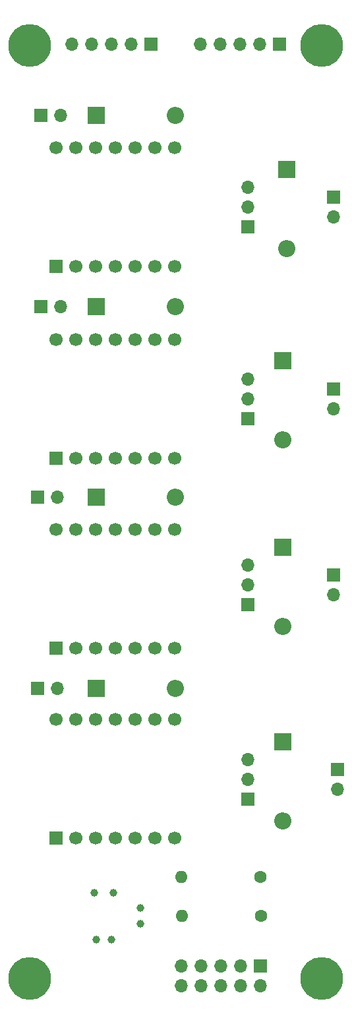
<source format=gbr>
%TF.GenerationSoftware,KiCad,Pcbnew,7.0.9*%
%TF.CreationDate,2025-03-02T20:13:22-05:00*%
%TF.ProjectId,Module_Relay_PCB,4d6f6475-6c65-45f5-9265-6c61795f5043,rev?*%
%TF.SameCoordinates,Original*%
%TF.FileFunction,Soldermask,Bot*%
%TF.FilePolarity,Negative*%
%FSLAX46Y46*%
G04 Gerber Fmt 4.6, Leading zero omitted, Abs format (unit mm)*
G04 Created by KiCad (PCBNEW 7.0.9) date 2025-03-02 20:13:22*
%MOMM*%
%LPD*%
G01*
G04 APERTURE LIST*
%ADD10R,2.200000X2.200000*%
%ADD11O,2.200000X2.200000*%
%ADD12C,0.990600*%
%ADD13R,1.700000X1.700000*%
%ADD14C,1.700000*%
%ADD15O,1.700000X1.700000*%
%ADD16C,1.600000*%
%ADD17O,1.600000X1.600000*%
%ADD18C,5.500000*%
G04 APERTURE END LIST*
D10*
%TO.C,D4*%
X130500000Y-89500000D03*
D11*
X130500000Y-99660000D03*
%TD*%
D12*
%TO.C,J1*%
X112199000Y-161840800D03*
X112199000Y-159834200D03*
X108757311Y-157840300D03*
X108503300Y-163834700D03*
X106496700Y-163834700D03*
X106242711Y-157840300D03*
%TD*%
D13*
%TO.C,U2*%
X101380000Y-102080000D03*
D14*
X103920000Y-102080000D03*
X106460000Y-102080000D03*
X109000000Y-102080000D03*
X111540000Y-102080000D03*
X114080000Y-102080000D03*
X116620000Y-102080000D03*
X116620000Y-86830000D03*
X114080000Y-86830000D03*
X111540000Y-86830000D03*
X109000000Y-86830000D03*
X106460000Y-86830000D03*
X103920000Y-86830000D03*
X101380000Y-86830000D03*
%TD*%
D13*
%TO.C,J5*%
X137000000Y-93180000D03*
D15*
X137000000Y-95720000D03*
%TD*%
D13*
%TO.C,U1*%
X101380000Y-77455000D03*
D14*
X103920000Y-77455000D03*
X106460000Y-77455000D03*
X109000000Y-77455000D03*
X111540000Y-77455000D03*
X114080000Y-77455000D03*
X116620000Y-77455000D03*
X116620000Y-62205000D03*
X114080000Y-62205000D03*
X111540000Y-62205000D03*
X109000000Y-62205000D03*
X106460000Y-62205000D03*
X103920000Y-62205000D03*
X101380000Y-62205000D03*
%TD*%
D13*
%TO.C,J10*%
X98960000Y-131580000D03*
D15*
X101500000Y-131580000D03*
%TD*%
D13*
%TO.C,J3*%
X126000000Y-72370000D03*
D15*
X126000000Y-69830000D03*
X126000000Y-67290000D03*
%TD*%
D13*
%TO.C,J16*%
X130080000Y-48895000D03*
D15*
X127540000Y-48895000D03*
X125000000Y-48895000D03*
X122460000Y-48895000D03*
X119920000Y-48895000D03*
%TD*%
D13*
%TO.C,J14*%
X98960000Y-107080000D03*
D15*
X101500000Y-107080000D03*
%TD*%
D16*
%TO.C,R2*%
X127660000Y-160830000D03*
D17*
X117500000Y-160830000D03*
%TD*%
D10*
%TO.C,D7*%
X106500000Y-131580000D03*
D11*
X116660000Y-131580000D03*
%TD*%
D18*
%TO.C,H4*%
X135500000Y-168830000D03*
%TD*%
D13*
%TO.C,J2*%
X137000000Y-68555000D03*
D15*
X137000000Y-71095000D03*
%TD*%
D10*
%TO.C,D6*%
X130500000Y-113500000D03*
D11*
X130500000Y-123660000D03*
%TD*%
D10*
%TO.C,D8*%
X130500000Y-138500000D03*
D11*
X130500000Y-148660000D03*
%TD*%
D13*
%TO.C,J9*%
X137500000Y-142055000D03*
D15*
X137500000Y-144595000D03*
%TD*%
D13*
%TO.C,J11*%
X127580000Y-167290000D03*
D15*
X127580000Y-169830000D03*
X125040000Y-167290000D03*
X125040000Y-169830000D03*
X122500000Y-167290000D03*
X122500000Y-169830000D03*
X119960000Y-167290000D03*
X119960000Y-169830000D03*
X117420000Y-167290000D03*
X117420000Y-169830000D03*
%TD*%
D13*
%TO.C,J15*%
X99460000Y-58080000D03*
D15*
X102000000Y-58080000D03*
%TD*%
D13*
%TO.C,J13*%
X99460000Y-82580000D03*
D15*
X102000000Y-82580000D03*
%TD*%
D13*
%TO.C,J4*%
X126000000Y-96955000D03*
D15*
X126000000Y-94415000D03*
X126000000Y-91875000D03*
%TD*%
D18*
%TO.C,H3*%
X98000000Y-168830000D03*
%TD*%
D13*
%TO.C,U4*%
X101380000Y-150830000D03*
D14*
X103920000Y-150830000D03*
X106460000Y-150830000D03*
X109000000Y-150830000D03*
X111540000Y-150830000D03*
X114080000Y-150830000D03*
X116620000Y-150830000D03*
X116620000Y-135580000D03*
X114080000Y-135580000D03*
X111540000Y-135580000D03*
X109000000Y-135580000D03*
X106460000Y-135580000D03*
X103920000Y-135580000D03*
X101380000Y-135580000D03*
%TD*%
D10*
%TO.C,D3*%
X106500000Y-82580000D03*
D11*
X116660000Y-82580000D03*
%TD*%
D16*
%TO.C,R1*%
X127580000Y-155830000D03*
D17*
X117420000Y-155830000D03*
%TD*%
D13*
%TO.C,J7*%
X137000000Y-117055000D03*
D15*
X137000000Y-119595000D03*
%TD*%
D13*
%TO.C,U3*%
X101380000Y-126455000D03*
D14*
X103920000Y-126455000D03*
X106460000Y-126455000D03*
X109000000Y-126455000D03*
X111540000Y-126455000D03*
X114080000Y-126455000D03*
X116620000Y-126455000D03*
X116620000Y-111205000D03*
X114080000Y-111205000D03*
X111540000Y-111205000D03*
X109000000Y-111205000D03*
X106460000Y-111205000D03*
X103920000Y-111205000D03*
X101380000Y-111205000D03*
%TD*%
D18*
%TO.C,H2*%
X135500000Y-49080000D03*
%TD*%
D10*
%TO.C,D1*%
X106500000Y-58080000D03*
D11*
X116660000Y-58080000D03*
%TD*%
D18*
%TO.C,H1*%
X98000000Y-49080000D03*
%TD*%
D13*
%TO.C,J12*%
X113570000Y-48895000D03*
D15*
X111030000Y-48895000D03*
X108490000Y-48895000D03*
X105950000Y-48895000D03*
X103410000Y-48895000D03*
%TD*%
D13*
%TO.C,J8*%
X126000000Y-145870000D03*
D15*
X126000000Y-143330000D03*
X126000000Y-140790000D03*
%TD*%
D10*
%TO.C,D5*%
X106500000Y-107080000D03*
D11*
X116660000Y-107080000D03*
%TD*%
D10*
%TO.C,D2*%
X131000000Y-65000000D03*
D11*
X131000000Y-75160000D03*
%TD*%
D13*
%TO.C,J6*%
X126000000Y-120855000D03*
D15*
X126000000Y-118315000D03*
X126000000Y-115775000D03*
%TD*%
M02*

</source>
